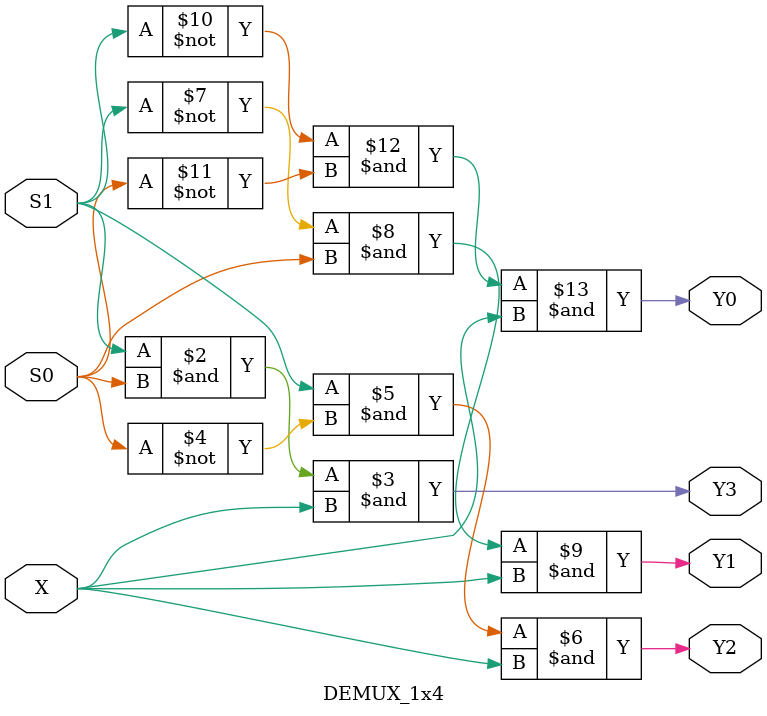
<source format=v>
module DEMUX_1x4(
    input S1,
    input S0,
    input X,
    output reg Y3,
    output reg Y2,
    output reg Y1,
    output reg Y0
    );
    
always @ (S1 or S0 or X) begin
    Y3 = S1 & S0 & X;
    Y2 = S1 & ~S0 & X;
    Y1 = ~S1 & S0 & X;
    Y0 = ~S1 & ~S0 & X;
end
    
endmodule

</source>
